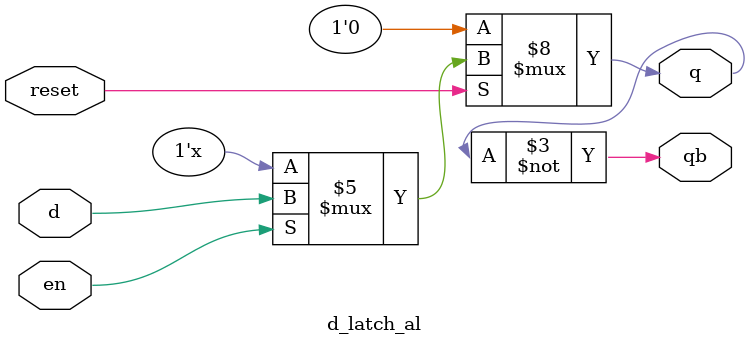
<source format=v>
`timescale 1ns / 1ps
module d_latch_al(
    input d,en,reset,
    output q,qb
    );
	 reg q;
	 wire qb;
	 //the always block triggered whenever d/en/reset changes
	 always@(d,en,reset)
	 begin
		//if reset high then the output will be 0
		//else as long as enable is high, output q follow input d
		if(!reset) q<=0;
		else 
			begin 
				if(en) q<=d;
				else q<=q;
			end
	 end
	 assign qb = ~q;
endmodule
</source>
